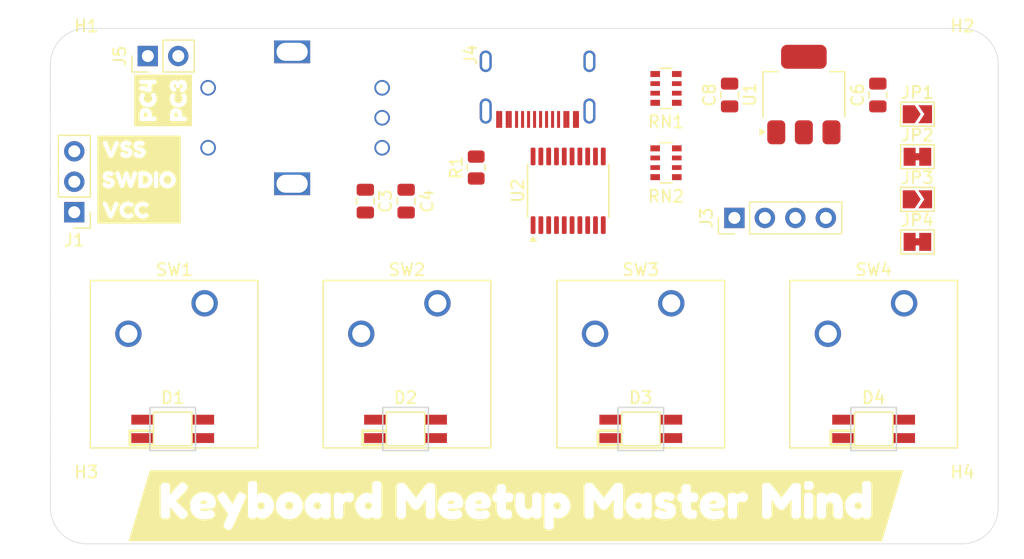
<source format=kicad_pcb>
(kicad_pcb (version 20240108) (generator "pcbnew") (generator_version "8.0")
  (layers (0 "F.Cu" signal) (31 "B.Cu" signal) (34 "B.Paste" user) (35 "F.Paste" user) (36 "B.SilkS" user "B.Silkscreen") (37 "F.SilkS" user "F.Silkscreen") (38 "B.Mask" user) (39 "F.Mask" user) (44 "Edge.Cuts" user))
  (net 0 "")
  (net 1 "VSS")
  (net 2 "+5V")
  (net 3 "VCC")
  (net 4 "/RotaryA")
  (net 5 "/RotaryB")
  (net 6 "Net-(D1-DOUT)")
  (net 7 "PA1")
  (net 8 "PA2")
  (net 9 "PD7")
  (net 10 "SWIO")
  (net 11 "D-")
  (net 12 "D+")
  (net 13 "SCL")
  (net 14 "SDA")
  (net 15 "DPU")
  (net 16 "PD5")
  (net 17 "PD6")
  (net 18 "PC4")
  (net 19 "PC3")
  (net 20 "Net-(D2-DOUT)")
  (net 21 "Net-(D3-DOUT)")
  (net 23 "Net-(J3-Pin_4)")
  (net 24 "Net-(J3-Pin_3)")
  (net 25 "Net-(J4-CC2)")
  (net 27 "Net-(J4-CC1)")
  (net 35 "/RotaryS")
  (footprint "cafebabe:EC11L1524E03_Rotary_Encoder" (layer "F.Cu") (at 108.15 113.45 90)
    (property "Reference" "SW5" (hide yes))
    (property "Value" "SW_Push_45deg")
    (pad "" thru_hole rect (at -5.5 0 90) (size 1.9 3) (drill oval 1.5 2.6) (layers "*.Cu" "*.Mask"))
    (pad "" np_thru_hole oval (at 0 -4.5 90) (size 1.55 2.2) (drill oval 1.55 2.2) (layers "F&B.Cu" "*.Mask"))
    (pad "" np_thru_hole circle (at 0 0 90) (size 2.05 2.05) (drill 2.05) (layers "F&B.Cu" "*.Mask"))
    (pad "" thru_hole rect (at 5.5 0 90) (size 1.9 3) (drill oval 1.5 2.6) (layers "*.Cu" "*.Mask"))
    (pad "A" thru_hole circle (at -2.5 7.5 90) (size 1.3 1.3) (drill 1) (layers "*.Cu" "*.Mask"))
    (pad "B" thru_hole circle (at 2.5 7.5 90) (size 1.3 1.3) (drill 1) (layers "*.Cu" "*.Mask"))
    (pad "C" thru_hole circle (at 0 7.5 90) (size 1.3 1.3) (drill 1) (layers "*.Cu" "*.Mask"))
    (pad "S1" thru_hole circle (at -2.5 -7 90) (size 1.3 1.3) (drill 1) (layers "*.Cu" "*.Mask"))
    (pad "S2" thru_hole circle (at 2.5 -7 90) (size 1.3 1.3) (drill 1) (layers "*.Cu" "*.Mask"))
  )
  (footprint "MountingHole:MountingHole_2.2mm_M2" (layer "F.Cu") (at 164 109)
    (property "Reference" "H2" (at 0 -3.2 0) (layer "F.SilkS"))
    (property "Value" "MountingHole")
    (pad "" np_thru_hole circle (at 0 0) (size 2.2 2.2) (drill 2.2) (layers "*.Cu" "*.Mask"))
  )
  (footprint "Connector_PinHeader_2.54mm:PinHeader_1x04_P2.54mm_Vertical" (layer "F.Cu") (at 145 121.8 90)
    (property "Reference" "J3" (at 0 -2.33 270) (layer "F.SilkS"))
    (property "Value" "OledDisplay")
    (pad "1" thru_hole rect (at 0 0 90) (size 1.7 1.7) (drill 1) (layers "*.Cu" "*.Mask") (net 14 "SDA"))
    (pad "2" thru_hole oval (at 0 2.54 90) (size 1.7 1.7) (drill 1) (layers "*.Cu" "*.Mask") (net 13 "SCL"))
    (pad "3" thru_hole oval (at 0 5.08 90) (size 1.7 1.7) (drill 1) (layers "*.Cu" "*.Mask") (net 24 "Net-(J3-Pin_3)"))
    (pad "4" thru_hole oval (at 0 7.62 90) (size 1.7 1.7) (drill 1) (layers "*.Cu" "*.Mask") (net 23 "Net-(J3-Pin_4)"))
  )
  (footprint "UL_LED:SK6812-E_Reverse" (layer "F.Cu") (at 98.2 139.4)
    (property "Reference" "D1" (at 0 -2.6 0) (layer "F.SilkS"))
    (property "Value" "WS2812B")
    (fp_rect (start -1.9 1.8) (end 1.9 -1.8) (stroke (width 0.12)) (fill none) (layer "Edge.Cuts"))
    (pad "1" smd rect (at 2.55 -0.775) (size 1.8 0.82) (layers "F.Cu" "F.Paste" "F.Mask") (net 8 "PA2"))
    (pad "2" smd rect (at 2.55 0.76) (size 1.8 0.82) (layers "F.Cu" "F.Paste" "F.Mask") (net 2 "+5V"))
    (pad "3" smd rect (at -2.55 0.76) (size 1.8 0.82) (layers "F.Cu" "F.Paste" "F.Mask") (net 6 "Net-(D1-DOUT)"))
    (pad "4" smd rect (at -2.55 -0.775) (size 1.8 0.82) (layers "F.Cu" "F.Paste" "F.Mask") (net 1 "VSS"))
  )
  (footprint "Jumper:SolderJumper-2_P1.3mm_Bridged_Pad1.0x1.5mm" (layer "F.Cu") (at 160.25 116.7)
    (property "Reference" "JP2" (at 0 -1.8 0) (layer "F.SilkS"))
    (property "Value" "JClosed")
    (fp_poly (pts (xy -0.25 -0.3) (xy 0.25 -0.3) (xy 0.25 0.3) (xy -0.25 0.3)) (fill solid) (layer "F.Cu"))
    (pad "1" smd rect (at -0.65 0) (size 1 1.5) (layers "F.Cu" "F.Mask") (net 1 "VSS"))
    (pad "2" smd rect (at 0.65 0) (size 1 1.5) (layers "F.Cu" "F.Mask") (net 23 "Net-(J3-Pin_4)"))
  )
  (footprint "UL_LED:SK6812-E_Reverse" (layer "F.Cu") (at 156.6 139.4)
    (property "Reference" "D4" (at 0 -2.6 0) (layer "F.SilkS"))
    (property "Value" "WS2812B")
    (fp_rect (start -1.9 1.8) (end 1.9 -1.8) (stroke (width 0.12)) (fill none) (layer "Edge.Cuts"))
    (pad "1" smd rect (at 2.55 -0.775) (size 1.8 0.82) (layers "F.Cu" "F.Paste" "F.Mask") (net 21 "Net-(D3-DOUT)"))
    (pad "2" smd rect (at 2.55 0.76) (size 1.8 0.82) (layers "F.Cu" "F.Paste" "F.Mask") (net 2 "+5V"))
    (pad "3" smd rect (at -2.55 0.76) (size 1.8 0.82) (layers "F.Cu" "F.Paste" "F.Mask"))
    (pad "4" smd rect (at -2.55 -0.775) (size 1.8 0.82) (layers "F.Cu" "F.Paste" "F.Mask") (net 1 "VSS"))
  )
  (footprint "UL_LED:SK6812-E_Reverse" (layer "F.Cu") (at 117.6 139.4)
    (property "Reference" "D2" (at 0 -2.6 0) (layer "F.SilkS"))
    (property "Value" "WS2812B")
    (fp_rect (start -1.9 1.8) (end 1.9 -1.8) (stroke (width 0.12)) (fill none) (layer "Edge.Cuts"))
    (pad "1" smd rect (at 2.55 -0.775) (size 1.8 0.82) (layers "F.Cu" "F.Paste" "F.Mask") (net 6 "Net-(D1-DOUT)"))
    (pad "2" smd rect (at 2.55 0.76) (size 1.8 0.82) (layers "F.Cu" "F.Paste" "F.Mask") (net 2 "+5V"))
    (pad "3" smd rect (at -2.55 0.76) (size 1.8 0.82) (layers "F.Cu" "F.Paste" "F.Mask") (net 20 "Net-(D2-DOUT)"))
    (pad "4" smd rect (at -2.55 -0.775) (size 1.8 0.82) (layers "F.Cu" "F.Paste" "F.Mask") (net 1 "VSS"))
  )
  (footprint "Capacitor_SMD:C_0805_2012Metric" (layer "F.Cu") (at 156.95 111.55 90)
    (property "Reference" "C6" (at 0 -1.68 270) (layer "F.SilkS"))
    (property "Value" "10u")
    (pad "1" smd roundrect (at -0.95 0 90) (size 1 1.45) (layers "F.Cu" "F.Paste" "F.Mask") (net 2 "+5V"))
    (pad "2" smd roundrect (at 0.95 0 90) (size 1 1.45) (layers "F.Cu" "F.Paste" "F.Mask") (net 1 "VSS"))
  )
  (footprint "Resistor_SMD:R_Array_Convex_4x0603" (layer "F.Cu") (at 139.3 111 180)
    (property "Reference" "RN1" (at 0 -2.8 180) (layer "F.SilkS"))
    (property "Value" "5.1k")
    (pad "1" smd rect (at -0.9 -1.2 180) (size 0.8 0.5) (layers "F.Cu" "F.Paste" "F.Mask") (net 1 "VSS"))
    (pad "2" smd rect (at -0.9 -0.4 180) (size 0.8 0.4) (layers "F.Cu" "F.Paste" "F.Mask") (net 1 "VSS"))
    (pad "3" smd rect (at -0.9 0.4 180) (size 0.8 0.4) (layers "F.Cu" "F.Paste" "F.Mask") (net 1 "VSS"))
    (pad "4" smd rect (at -0.9 1.2 180) (size 0.8 0.5) (layers "F.Cu" "F.Paste" "F.Mask") (net 1 "VSS"))
    (pad "5" smd rect (at 0.9 1.2 180) (size 0.8 0.5) (layers "F.Cu" "F.Paste" "F.Mask") (net 25 "Net-(J4-CC2)"))
    (pad "6" smd rect (at 0.9 0.4 180) (size 0.8 0.4) (layers "F.Cu" "F.Paste" "F.Mask") (net 27 "Net-(J4-CC1)"))
    (pad "7" smd rect (at 0.9 -0.4 180) (size 0.8 0.4) (layers "F.Cu" "F.Paste" "F.Mask"))
    (pad "8" smd rect (at 0.9 -1.2 180) (size 0.8 0.5) (layers "F.Cu" "F.Paste" "F.Mask"))
  )
  (footprint "MountingHole:MountingHole_2.2mm_M2" (layer "F.Cu") (at 91 146.2)
    (property "Reference" "H3" (at 0 -3.2 0) (layer "F.SilkS"))
    (property "Value" "MountingHole")
    (pad "" np_thru_hole circle (at 0 0) (size 2.2 2.2) (drill 2.2) (layers "*.Cu" "*.Mask"))
  )
  (footprint "Package_TO_SOT_SMD:SOT-223-3_TabPin2" (layer "F.Cu") (at 150.7875 111.5125 90)
    (property "Reference" "U1" (at 0 -4.5 270) (layer "F.SilkS"))
    (property "Value" "TLV1117-33")
    (pad "1" smd roundrect (at -3.15 -2.3 90) (size 2 1.5) (layers "F.Cu" "F.Paste" "F.Mask") (net 1 "VSS"))
    (pad "2" smd roundrect (at -3.15 0 90) (size 2 1.5) (layers "F.Cu" "F.Paste" "F.Mask") (net 3 "VCC"))
    (pad "2" smd roundrect (at 3.15 0 90) (size 2 3.8) (layers "F.Cu" "F.Paste" "F.Mask") (net 3 "VCC"))
    (pad "3" smd roundrect (at -3.15 2.3 90) (size 2 1.5) (layers "F.Cu" "F.Paste" "F.Mask") (net 2 "+5V"))
  )
  (footprint "Jumper:SolderJumper-2_P1.3mm_Open_TrianglePad1.0x1.5mm" (layer "F.Cu") (at 160.25 120.25)
    (property "Reference" "JP3" (at 0 -1.8 0) (layer "F.SilkS"))
    (property "Value" "Jumper_2_Open")
    (pad "1" smd custom (at -0.725 0) (size 0.3 0.3) (layers "F.Cu" "F.Mask") (net 1 "VSS") (options (clearance outline) (anchor rect)) (primitives (gr_poly (pts (xy 1 0) (xy 0.5 0.75) (xy -0.5 0.75) (xy -0.5 -0.75) (xy 0.5 -0.75)) (width 0) (fill yes))))
    (pad "2" smd custom (at 0.725 0) (size 0.3 0.3) (layers "F.Cu" "F.Mask") (net 24 "Net-(J3-Pin_3)") (options (clearance outline) (anchor rect)) (primitives (gr_poly (pts (xy 0.5 0.75) (xy -0.65 0.75) (xy -0.15 0) (xy -0.65 -0.75) (xy 0.5 -0.75)) (width 0) (fill yes))))
  )
  (footprint "Connector_PinHeader_2.54mm:PinHeader_1x02_P2.54mm_Vertical" (layer "F.Cu") (at 96.125 108.3 90)
    (property "Reference" "J5" (at 0 -2.33 270) (layer "F.SilkS"))
    (property "Value" "Conn_01x02")
    (pad "1" thru_hole rect (at 0 0 90) (size 1.7 1.7) (drill 1) (layers "*.Cu" "*.Mask") (net 18 "PC4"))
    (pad "2" thru_hole oval (at 0 2.54 90) (size 1.7 1.7) (drill 1) (layers "*.Cu" "*.Mask") (net 19 "PC3"))
  )
  (footprint "Package_SO:TSSOP-20_4.4x6.5mm_P0.65mm" (layer "F.Cu") (at 131.15 119.5375 90)
    (property "Reference" "U2" (at 0 -4.2 270) (layer "F.SilkS"))
    (property "Value" "CH32V003F4P6")
    (pad "1" smd roundrect (at -2.8625 -2.925 90) (size 1.475 0.4) (layers "F.Cu" "F.Paste" "F.Mask") (net 15 "DPU"))
    (pad "2" smd roundrect (at -2.8625 -2.275 90) (size 1.475 0.4) (layers "F.Cu" "F.Paste" "F.Mask") (net 16 "PD5"))
    (pad "3" smd roundrect (at -2.8625 -1.625 90) (size 1.475 0.4) (layers "F.Cu" "F.Paste" "F.Mask") (net 17 "PD6"))
    (pad "4" smd roundrect (at -2.8625 -0.975 90) (size 1.475 0.4) (layers "F.Cu" "F.Paste" "F.Mask") (net 9 "PD7"))
    (pad "5" smd roundrect (at -2.8625 -0.325 90) (size 1.475 0.4) (layers "F.Cu" "F.Paste" "F.Mask") (net 7 "PA1"))
    (pad "6" smd roundrect (at -2.8625 0.325 90) (size 1.475 0.4) (layers "F.Cu" "F.Paste" "F.Mask") (net 8 "PA2"))
    (pad "7" smd roundrect (at -2.8625 0.975 90) (size 1.475 0.4) (layers "F.Cu" "F.Paste" "F.Mask") (net 1 "VSS"))
    (pad "8" smd roundrect (at -2.8625 1.625 90) (size 1.475 0.4) (layers "F.Cu" "F.Paste" "F.Mask") (net 4 "/RotaryA"))
    (pad "9" smd roundrect (at -2.8625 2.275 90) (size 1.475 0.4) (layers "F.Cu" "F.Paste" "F.Mask") (net 3 "VCC"))
    (pad "10" smd roundrect (at -2.8625 2.925 90) (size 1.475 0.4) (layers "F.Cu" "F.Paste" "F.Mask") (net 5 "/RotaryB"))
    (pad "11" smd roundrect (at 2.8625 2.925 90) (size 1.475 0.4) (layers "F.Cu" "F.Paste" "F.Mask") (net 14 "SDA"))
    (pad "12" smd roundrect (at 2.8625 2.275 90) (size 1.475 0.4) (layers "F.Cu" "F.Paste" "F.Mask") (net 13 "SCL"))
    (pad "13" smd roundrect (at 2.8625 1.625 90) (size 1.475 0.4) (layers "F.Cu" "F.Paste" "F.Mask") (net 19 "PC3"))
    (pad "14" smd roundrect (at 2.8625 0.975 90) (size 1.475 0.4) (layers "F.Cu" "F.Paste" "F.Mask") (net 18 "PC4"))
    (pad "15" smd roundrect (at 2.8625 0.325 90) (size 1.475 0.4) (layers "F.Cu" "F.Paste" "F.Mask") (net 13 "SCL"))
    (pad "16" smd roundrect (at 2.8625 -0.325 90) (size 1.475 0.4) (layers "F.Cu" "F.Paste" "F.Mask") (net 14 "SDA"))
    (pad "17" smd roundrect (at 2.8625 -0.975 90) (size 1.475 0.4) (layers "F.Cu" "F.Paste" "F.Mask") (net 35 "/RotaryS"))
    (pad "18" smd roundrect (at 2.8625 -1.625 90) (size 1.475 0.4) (layers "F.Cu" "F.Paste" "F.Mask") (net 10 "SWIO"))
    (pad "19" smd roundrect (at 2.8625 -2.275 90) (size 1.475 0.4) (layers "F.Cu" "F.Paste" "F.Mask") (net 12 "D+"))
    (pad "20" smd roundrect (at 2.8625 -2.925 90) (size 1.475 0.4) (layers "F.Cu" "F.Paste" "F.Mask") (net 11 "D-"))
  )
  (footprint "MountingHole:MountingHole_2.2mm_M2" (layer "F.Cu") (at 91 109)
    (property "Reference" "H1" (at 0 -3.2 0) (layer "F.SilkS"))
    (property "Value" "MountingHole")
    (pad "" np_thru_hole circle (at 0 0) (size 2.2 2.2) (drill 2.2) (layers "*.Cu" "*.Mask"))
  )
  (footprint "Capacitor_SMD:C_0805_2012Metric" (layer "F.Cu") (at 117.65 120.4 90)
    (property "Reference" "C4" (at 0 1.75 270) (layer "F.SilkS"))
    (property "Value" "100nF")
    (pad "1" smd roundrect (at -0.95 0 90) (size 1 1.45) (layers "F.Cu" "F.Paste" "F.Mask") (net 1 "VSS"))
    (pad "2" smd roundrect (at 0.95 0 90) (size 1 1.45) (layers "F.Cu" "F.Paste" "F.Mask") (net 5 "/RotaryB"))
  )
  (footprint "Button_Switch_Keyboard:SW_Cherry_MX_1.00u_PCB" (layer "F.Cu") (at 100.86 128.92)
    (property "Reference" "SW1" (at -2.54 -2.794 0) (layer "F.SilkS"))
    (property "Value" "SW_Push_45deg")
    (pad "" np_thru_hole circle (at -7.62 5.08) (size 1.7 1.7) (drill 1.7) (layers "*.Cu" "*.Mask"))
    (pad "" np_thru_hole circle (at -2.54 5.08) (size 4 4) (drill 4) (layers "*.Cu" "*.Mask"))
    (pad "" np_thru_hole circle (at 2.54 5.08) (size 1.7 1.7) (drill 1.7) (layers "*.Cu" "*.Mask"))
    (pad "1" thru_hole circle (at 0 0) (size 2.2 2.2) (drill 1.5) (layers "*.Cu" "*.Mask") (net 16 "PD5"))
    (pad "2" thru_hole circle (at -6.35 2.54) (size 2.2 2.2) (drill 1.5) (layers "*.Cu" "*.Mask") (net 1 "VSS"))
  )
  (footprint "MountingHole:MountingHole_2.2mm_M2" (layer "F.Cu") (at 164 146.2)
    (property "Reference" "H4" (at 0 -3.2 0) (layer "F.SilkS"))
    (property "Value" "MountingHole")
    (pad "" np_thru_hole circle (at 0 0) (size 2.2 2.2) (drill 2.2) (layers "*.Cu" "*.Mask"))
  )
  (footprint "kibuzzard-65F8A704" (layer "F.Cu") (at 97.4 112 90)
    (property "Reference" "kibuzzard-65F8A704" (hide yes))
    (property "Value" "G***" (hide yes))
  )
  (footprint "kibuzzard-65F8A563" (layer "F.Cu") (at 126.8 145.8)
    (property "Reference" "kibuzzard-65F8A563" (hide yes))
    (property "Value" "G***" (hide yes))
  )
  (footprint "Jumper:SolderJumper-2_P1.3mm_Bridged_Pad1.0x1.5mm" (layer "F.Cu") (at 160.25 123.8)
    (property "Reference" "JP4" (at 0 -1.8 0) (layer "F.SilkS"))
    (property "Value" "Jumper_2_Bridged")
    (fp_poly (pts (xy -0.25 -0.3) (xy 0.25 -0.3) (xy 0.25 0.3) (xy -0.25 0.3)) (fill solid) (layer "F.Cu"))
    (pad "1" smd rect (at -0.65 0) (size 1 1.5) (layers "F.Cu" "F.Mask") (net 24 "Net-(J3-Pin_3)"))
    (pad "2" smd rect (at 0.65 0) (size 1 1.5) (layers "F.Cu" "F.Mask") (net 3 "VCC"))
  )
  (footprint "Button_Switch_Keyboard:SW_Cherry_MX_1.00u_PCB" (layer "F.Cu") (at 159.14 128.92)
    (property "Reference" "SW4" (at -2.54 -2.794 0) (layer "F.SilkS"))
    (property "Value" "SW_Push_45deg")
    (pad "" np_thru_hole circle (at -7.62 5.08) (size 1.7 1.7) (drill 1.7) (layers "*.Cu" "*.Mask"))
    (pad "" np_thru_hole circle (at -2.54 5.08) (size 4 4) (drill 4) (layers "*.Cu" "*.Mask"))
    (pad "" np_thru_hole circle (at 2.54 5.08) (size 1.7 1.7) (drill 1.7) (layers "*.Cu" "*.Mask"))
    (pad "1" thru_hole circle (at 0 0) (size 2.2 2.2) (drill 1.5) (layers "*.Cu" "*.Mask") (net 9 "PD7"))
    (pad "2" thru_hole circle (at -6.35 2.54) (size 2.2 2.2) (drill 1.5) (layers "*.Cu" "*.Mask") (net 1 "VSS"))
  )
  (footprint "Resistor_SMD:R_0805_2012Metric" (layer "F.Cu") (at 123.4875 117.6 90)
    (property "Reference" "R1" (at 0 -1.65 270) (layer "F.SilkS"))
    (property "Value" "1.5k")
    (pad "1" smd roundrect (at -0.9125 0 90) (size 1.025 1.4) (layers "F.Cu" "F.Paste" "F.Mask") (roundrect_rratio 0.243902) (net 15 "DPU"))
    (pad "2" smd roundrect (at 0.9125 0 90) (size 1.025 1.4) (layers "F.Cu" "F.Paste" "F.Mask") (roundrect_rratio 0.243902) (net 11 "D-"))
  )
  (footprint "Capacitor_SMD:C_0805_2012Metric" (layer "F.Cu") (at 144.6 111.55 90)
    (property "Reference" "C8" (at 0 -1.68 270) (layer "F.SilkS"))
    (property "Value" "10u")
    (pad "1" smd roundrect (at -0.95 0 90) (size 1 1.45) (layers "F.Cu" "F.Paste" "F.Mask") (net 3 "VCC"))
    (pad "2" smd roundrect (at 0.95 0 90) (size 1 1.45) (layers "F.Cu" "F.Paste" "F.Mask") (net 1 "VSS"))
  )
  (footprint "Connector_PinHeader_2.54mm:PinHeader_1x03_P2.54mm_Vertical" (layer "F.Cu") (at 90 121.325 180)
    (property "Reference" "J1" (at 0 -2.33 180) (layer "F.SilkS"))
    (property "Value" "Prog")
    (pad "1" thru_hole rect (at 0 0 180) (size 1.7 1.7) (drill 1) (layers "*.Cu" "*.Mask") (net 3 "VCC"))
    (pad "2" thru_hole oval (at 0 2.54 180) (size 1.7 1.7) (drill 1) (layers "*.Cu" "*.Mask") (net 10 "SWIO"))
    (pad "3" thru_hole oval (at 0 5.08 180) (size 1.7 1.7) (drill 1) (layers "*.Cu" "*.Mask") (net 1 "VSS"))
  )
  (footprint "Button_Switch_Keyboard:SW_Cherry_MX_1.00u_PCB" (layer "F.Cu") (at 139.74 128.92)
    (property "Reference" "SW3" (at -2.54 -2.794 0) (layer "F.SilkS"))
    (property "Value" "SW_Push_45deg")
    (pad "" np_thru_hole circle (at -7.62 5.08) (size 1.7 1.7) (drill 1.7) (layers "*.Cu" "*.Mask"))
    (pad "" np_thru_hole circle (at -2.54 5.08) (size 4 4) (drill 4) (layers "*.Cu" "*.Mask"))
    (pad "" np_thru_hole circle (at 2.54 5.08) (size 1.7 1.7) (drill 1.7) (layers "*.Cu" "*.Mask"))
    (pad "1" thru_hole circle (at 0 0) (size 2.2 2.2) (drill 1.5) (layers "*.Cu" "*.Mask") (net 17 "PD6"))
    (pad "2" thru_hole circle (at -6.35 2.54) (size 2.2 2.2) (drill 1.5) (layers "*.Cu" "*.Mask") (net 1 "VSS"))
  )
  (footprint "Capacitor_SMD:C_0805_2012Metric" (layer "F.Cu") (at 114.25 120.4 -90)
    (property "Reference" "C3" (at 0 -1.68 90) (layer "F.SilkS"))
    (property "Value" "100nF")
    (pad "1" smd roundrect (at -0.95 0 270) (size 1 1.45) (layers "F.Cu" "F.Paste" "F.Mask") (net 4 "/RotaryA"))
    (pad "2" smd roundrect (at 0.95 0 270) (size 1 1.45) (layers "F.Cu" "F.Paste" "F.Mask") (net 1 "VSS"))
  )
  (footprint "Button_Switch_Keyboard:SW_Cherry_MX_1.00u_PCB" (layer "F.Cu") (at 120.26 128.92)
    (property "Reference" "SW2" (at -2.54 -2.794 0) (layer "F.SilkS"))
    (property "Value" "Rotary_Encoder_Switch")
    (pad "" np_thru_hole circle (at -7.62 5.08) (size 1.7 1.7) (drill 1.7) (layers "*.Cu" "*.Mask"))
    (pad "" np_thru_hole circle (at -2.54 5.08) (size 4 4) (drill 4) (layers "*.Cu" "*.Mask"))
    (pad "" np_thru_hole circle (at 2.54 5.08) (size 1.7 1.7) (drill 1.7) (layers "*.Cu" "*.Mask"))
    (pad "1" thru_hole circle (at 0 0) (size 2.2 2.2) (drill 1.5) (layers "*.Cu" "*.Mask"))
    (pad "2" thru_hole circle (at -6.35 2.54) (size 2.2 2.2) (drill 1.5) (layers "*.Cu" "*.Mask"))
  )
  (footprint "kibuzzard-65F8A587" (layer "F.Cu") (at 95.4 118.6)
    (property "Reference" "kibuzzard-65F8A587" (hide yes))
    (property "Value" "G***" (hide yes))
  )
  (footprint "UL_USB:USB_C_Receptical-Jing" (layer "F.Cu") (at 128.6 112.8875 180)
    (property "Reference" "J4" (at 5.575 4.7 270) (layer "F.SilkS"))
    (property "Value" "USB_C_Receptacle")
    (pad "" np_thru_hole circle (at -2.89 0.5 180) (size 0.65 0.65) (drill 0.65) (layers "*.Cu" "*.Mask"))
    (pad "" np_thru_hole circle (at 2.89 0.5 180) (size 0.65 0.65) (drill 0.65) (layers "*.Cu" "*.Mask"))
    (pad "A1" smd rect (at -3.325 -0.7 180) (size 0.25 1.4) (layers "F.Cu" "F.Paste" "F.Mask") (net 1 "VSS"))
    (pad "A4" smd rect (at -2.525 -0.7 180) (size 0.25 1.4) (layers "F.Cu" "F.Paste" "F.Mask") (net 2 "+5V"))
    (pad "A5" smd rect (at -1.25 -0.7 180) (size 0.25 1.4) (layers "F.Cu" "F.Paste" "F.Mask") (net 27 "Net-(J4-CC1)"))
    (pad "A6" smd rect (at -0.25 -0.7 180) (size 0.25 1.4) (layers "F.Cu" "F.Paste" "F.Mask") (net 12 "D+"))
    (pad "A7" smd rect (at 0.25 -0.7 180) (size 0.25 1.4) (layers "F.Cu" "F.Paste" "F.Mask") (net 11 "D-"))
    (pad "A8" smd rect (at -1.75 -0.7 180) (size 0.25 1.4) (layers "F.Cu" "F.Paste" "F.Mask"))
    (pad "A9" smd rect (at 2.525 -0.7 180) (size 0.25 1.4) (layers "F.Cu" "F.Paste" "F.Mask") (net 2 "+5V"))
    (pad "A12" smd rect (at 3.325 -0.7 180) (size 0.25 1.4) (layers "F.Cu" "F.Paste" "F.Mask") (net 1 "VSS"))
    (pad "B1" smd rect (at 3.075 -0.7 180) (size 0.25 1.4) (layers "F.Cu" "F.Paste" "F.Mask") (net 1 "VSS"))
    (pad "B4" smd rect (at 2.275 -0.7 180) (size 0.25 1.4) (layers "F.Cu" "F.Paste" "F.Mask") (net 2 "+5V"))
    (pad "B5" smd rect (at 1.75 -0.7 180) (size 0.25 1.4) (layers "F.Cu" "F.Paste" "F.Mask") (net 25 "Net-(J4-CC2)"))
    (pad "B6" smd rect (at 0.75 -0.7 180) (size 0.25 1.4) (layers "F.Cu" "F.Paste" "F.Mask") (net 12 "D+"))
    (pad "B7" smd rect (at -0.75 -0.7 180) (size 0.25 1.4) (layers "F.Cu" "F.Paste" "F.Mask") (net 11 "D-"))
    (pad "B8" smd rect (at 1.25 -0.7 180) (size 0.25 1.4) (layers "F.Cu" "F.Paste" "F.Mask"))
    (pad "B9" smd rect (at -2.275 -0.7 180) (size 0.25 1.4) (layers "F.Cu" "F.Paste" "F.Mask") (net 2 "+5V"))
    (pad "B12" smd rect (at -3.075 -0.7 180) (size 0.25 1.4) (layers "F.Cu" "F.Paste" "F.Mask") (net 1 "VSS"))
    (pad "S1" thru_hole oval (at -4.32 0 180) (size 1 2.1) (drill oval 0.6 1.7) (layers "*.Cu" "*.Mask") (net 1 "VSS"))
    (pad "S1" thru_hole oval (at -4.32 4.15 180) (size 1 1.8) (drill oval 0.6 1.4) (layers "*.Cu" "*.Mask") (net 1 "VSS"))
    (pad "S1" thru_hole oval (at 4.32 0 180) (size 1 2.1) (drill oval 0.6 1.7) (layers "*.Cu" "*.Mask") (net 1 "VSS"))
    (pad "S1" thru_hole oval (at 4.32 4.15 180) (size 1 1.8) (drill oval 0.6 1.4) (layers "*.Cu" "*.Mask") (net 1 "VSS"))
  )
  (footprint "UL_LED:SK6812-E_Reverse" (layer "F.Cu") (at 137.2 139.4)
    (property "Reference" "D3" (at 0 -2.6 0) (layer "F.SilkS"))
    (property "Value" "WS2812B")
    (fp_rect (start -1.9 1.8) (end 1.9 -1.8) (stroke (width 0.12)) (fill none) (layer "Edge.Cuts"))
    (pad "1" smd rect (at 2.55 -0.775) (size 1.8 0.82) (layers "F.Cu" "F.Paste" "F.Mask") (net 20 "Net-(D2-DOUT)"))
    (pad "2" smd rect (at 2.55 0.76) (size 1.8 0.82) (layers "F.Cu" "F.Paste" "F.Mask") (net 2 "+5V"))
    (pad "3" smd rect (at -2.55 0.76) (size 1.8 0.82) (layers "F.Cu" "F.Paste" "F.Mask") (net 21 "Net-(D3-DOUT)"))
    (pad "4" smd rect (at -2.55 -0.775) (size 1.8 0.82) (layers "F.Cu" "F.Paste" "F.Mask") (net 1 "VSS"))
  )
  (footprint "Jumper:SolderJumper-2_P1.3mm_Open_TrianglePad1.0x1.5mm" (layer "F.Cu") (at 160.25 113.15)
    (property "Reference" "JP1" (at 0 -1.8 0) (layer "F.SilkS"))
    (property "Value" "JOpen")
    (pad "1" smd custom (at -0.725 0) (size 0.3 0.3) (layers "F.Cu" "F.Mask") (net 3 "VCC") (options (clearance outline) (anchor rect)) (primitives (gr_poly (pts (xy 1 0) (xy 0.5 0.75) (xy -0.5 0.75) (xy -0.5 -0.75) (xy 0.5 -0.75)) (width 0) (fill yes))))
    (pad "2" smd custom (at 0.725 0) (size 0.3 0.3) (layers "F.Cu" "F.Mask") (net 23 "Net-(J3-Pin_4)") (options (clearance outline) (anchor rect)) (primitives (gr_poly (pts (xy 0.5 0.75) (xy -0.65 0.75) (xy -0.15 0) (xy -0.65 -0.75) (xy 0.5 -0.75)) (width 0) (fill yes))))
  )
  (footprint "Resistor_SMD:R_Array_Convex_4x0603" (layer "F.Cu") (at 139.3 117.2 180)
    (property "Reference" "RN2" (at 0 -2.8 180) (layer "F.SilkS"))
    (property "Value" "5.1k")
    (pad "1" smd rect (at -0.9 -1.2 180) (size 0.8 0.5) (layers "F.Cu" "F.Paste" "F.Mask"))
    (pad "2" smd rect (at -0.9 -0.4 180) (size 0.8 0.4) (layers "F.Cu" "F.Paste" "F.Mask"))
    (pad "3" smd rect (at -0.9 0.4 180) (size 0.8 0.4) (layers "F.Cu" "F.Paste" "F.Mask") (net 13 "SCL"))
    (pad "4" smd rect (at -0.9 1.2 180) (size 0.8 0.5) (layers "F.Cu" "F.Paste" "F.Mask") (net 14 "SDA"))
    (pad "5" smd rect (at 0.9 1.2 180) (size 0.8 0.5) (layers "F.Cu" "F.Paste" "F.Mask") (net 3 "VCC"))
    (pad "6" smd rect (at 0.9 0.4 180) (size 0.8 0.4) (layers "F.Cu" "F.Paste" "F.Mask") (net 3 "VCC"))
    (pad "7" smd rect (at 0.9 -0.4 180) (size 0.8 0.4) (layers "F.Cu" "F.Paste" "F.Mask"))
    (pad "8" smd rect (at 0.9 -1.2 180) (size 0.8 0.5) (layers "F.Cu" "F.Paste" "F.Mask"))
  )
  (gr_line (start 166.97868 109) (end 166.97868 145.97868) (stroke (width 0.05)) (layer "Edge.Cuts"))
  (gr_line (start 163.97868 148.97868) (end 91.02132 148.97868) (stroke (width 0.05)) (layer "Edge.Cuts"))
  (gr_line (start 91 106) (end 163.97868 106) (stroke (width 0.05)) (layer "Edge.Cuts"))
  (gr_arc (start 88 109) (mid 88.87868 106.87868) (end 91 106) (stroke (width 0.05)) (layer "Edge.Cuts"))
  (gr_arc (start 166.97868 145.97868) (mid 166.1 148.1) (end 163.97868 148.97868) (stroke (width 0.05)) (layer "Edge.Cuts"))
  (gr_arc (start 163.97868 106) (mid 166.1 106.87868) (end 166.97868 109) (stroke (width 0.05)) (layer "Edge.Cuts"))
  (gr_arc (start 91.02132 148.97868) (mid 88.9 148.1) (end 88.02132 145.97868) (stroke (width 0.05)) (layer "Edge.Cuts"))
  (gr_line (start 88.02132 145.97868) (end 88 109) (stroke (width 0.05)) (layer "Edge.Cuts"))
)
</source>
